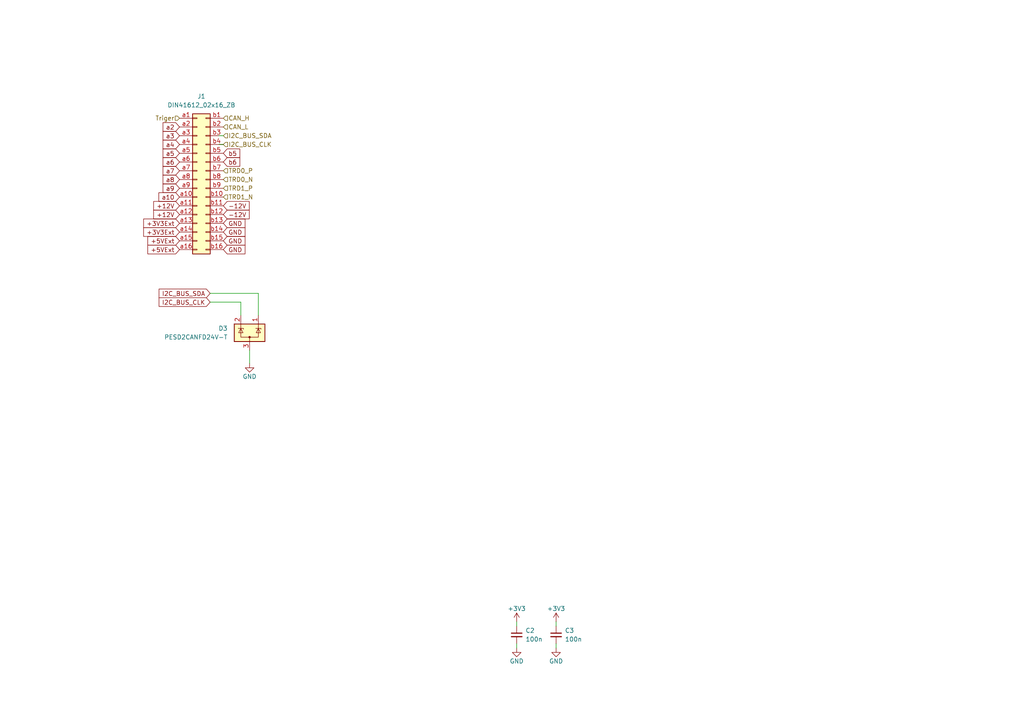
<source format=kicad_sch>
(kicad_sch (version 20250114) (generator "eeschema") (generator_version "9.0")
  (paper "A4")
  (lib_symbols
    (symbol "Connector:DIN41612_02x16_ZB" (pin_names (offset 1.016) (hide yes))
      (property "Reference" "J4" (at 1.27 24.13 0))
      (property "Value" "DIN41612_02x16_ZB" (at 1.27 21.59 0))
      (symbol "DIN41612_02x16_ZB_1_1"
        (rectangle (start -1.27 19.05) (end 3.81 -21.59) (stroke (width 0.254)) (fill (type background)))
        (rectangle (start -1.27 17.907) (end 0 17.653) (stroke (width 0.1524)))
        (rectangle (start -1.27 15.367) (end 0 15.113) (stroke (width 0.1524)))
        (rectangle (start -1.27 12.827) (end 0 12.573) (stroke (width 0.1524)))
        (rectangle (start -1.27 10.287) (end 0 10.033) (stroke (width 0.1524)))
        (rectangle (start -1.27 7.747) (end 0 7.493) (stroke (width 0.1524)))
        (rectangle (start -1.27 5.207) (end 0 4.953) (stroke (width 0.1524)))
        (rectangle (start -1.27 2.667) (end 0 2.413) (stroke (width 0.1524)))
        (rectangle (start -1.27 0.127) (end 0 -0.127) (stroke (width 0.1524)))
        (rectangle (start -1.27 -2.413) (end 0 -2.667) (stroke (width 0.1524)))
        (rectangle (start -1.27 -4.953) (end 0 -5.207) (stroke (width 0.1524)))
        (rectangle (start -1.27 -7.493) (end 0 -7.747) (stroke (width 0.1524)))
        (rectangle (start -1.27 -10.033) (end 0 -10.287) (stroke (width 0.1524)))
        (rectangle (start -1.27 -12.573) (end 0 -12.827) (stroke (width 0.1524)))
        (rectangle (start -1.27 -15.113) (end 0 -15.367) (stroke (width 0.1524)))
        (rectangle (start -1.27 -17.653) (end 0 -17.907) (stroke (width 0.1524)))
        (rectangle (start -1.27 -20.193) (end 0 -20.447) (stroke (width 0.1524)))
        (rectangle (start 3.81 17.907) (end 2.54 17.653) (stroke (width 0.1524)))
        (rectangle (start 3.81 15.367) (end 2.54 15.113) (stroke (width 0.1524)))
        (rectangle (start 3.81 12.827) (end 2.54 12.573) (stroke (width 0.1524)))
        (rectangle (start 3.81 10.287) (end 2.54 10.033) (stroke (width 0.1524)))
        (rectangle (start 3.81 7.747) (end 2.54 7.493) (stroke (width 0.1524)))
        (rectangle (start 3.81 5.207) (end 2.54 4.953) (stroke (width 0.1524)))
        (rectangle (start 3.81 2.667) (end 2.54 2.413) (stroke (width 0.1524)))
        (rectangle (start 3.81 0.127) (end 2.54 -0.127) (stroke (width 0.1524)))
        (rectangle (start 3.81 -2.413) (end 2.54 -2.667) (stroke (width 0.1524)))
        (rectangle (start 3.81 -4.953) (end 2.54 -5.207) (stroke (width 0.1524)))
        (rectangle (start 3.81 -7.493) (end 2.54 -7.747) (stroke (width 0.1524)))
        (rectangle (start 3.81 -10.033) (end 2.54 -10.287) (stroke (width 0.1524)))
        (rectangle (start 3.81 -12.573) (end 2.54 -12.827) (stroke (width 0.1524)))
        (rectangle (start 3.81 -15.113) (end 2.54 -15.367) (stroke (width 0.1524)))
        (rectangle (start 3.81 -17.653) (end 2.54 -17.907) (stroke (width 0.1524)))
        (rectangle (start 3.81 -20.193) (end 2.54 -20.447) (stroke (width 0.1524)))
        (pin passive line (at -5.08 17.78 0) (length 3.81) (name "Pin_z1") (number "a1"))
        (pin passive line (at -5.08 15.24 0) (length 3.81) (name "Pin_z2") (number "a2"))
        (pin passive line (at -5.08 12.7 0) (length 3.81) (name "Pin_z3") (number "a3"))
        (pin passive line (at -5.08 10.16 0) (length 3.81) (name "Pin_z4") (number "a4"))
        (pin passive line (at -5.08 7.62 0) (length 3.81) (name "Pin_z5") (number "a5"))
        (pin passive line (at -5.08 5.08 0) (length 3.81) (name "Pin_z6") (number "a6"))
        (pin passive line (at -5.08 2.54 0) (length 3.81) (name "Pin_z7") (number "a7"))
        (pin passive line (at -5.08 0 0) (length 3.81) (name "Pin_z8") (number "a8"))
        (pin passive line (at -5.08 -2.54 0) (length 3.81) (name "Pin_z9") (number "a9"))
        (pin passive line (at -5.08 -5.08 0) (length 3.81) (name "Pin_z10") (number "a10"))
        (pin passive line (at -5.08 -7.62 0) (length 3.81) (name "Pin_z11") (number "a11"))
        (pin passive line (at -5.08 -10.16 0) (length 3.81) (name "Pin_z12") (number "a12"))
        (pin passive line (at -5.08 -12.7 0) (length 3.81) (name "Pin_z13") (number "a13"))
        (pin passive line (at -5.08 -15.24 0) (length 3.81) (name "Pin_z14") (number "a14"))
        (pin passive line (at -5.08 -17.78 0) (length 3.81) (name "Pin_z15") (number "a15"))
        (pin passive line (at -5.08 -20.32 0) (length 3.81) (name "Pin_z16") (number "a16"))
        (pin passive line (at 7.62 17.78 180) (length 3.81) (name "Pin_b1") (number "b1"))
        (pin passive line (at 7.62 15.24 180) (length 3.81) (name "Pin_b2") (number "b2"))
        (pin passive line (at 7.62 12.7 180) (length 3.81) (name "Pin_b3") (number "b3"))
        (pin passive line (at 7.62 10.16 180) (length 3.81) (name "Pin_b4") (number "b4"))
        (pin passive line (at 7.62 7.62 180) (length 3.81) (name "Pin_b5") (number "b5"))
        (pin passive line (at 7.62 5.08 180) (length 3.81) (name "Pin_b6") (number "b6"))
        (pin passive line (at 7.62 2.54 180) (length 3.81) (name "Pin_b7") (number "b7"))
        (pin passive line (at 7.62 0 180) (length 3.81) (name "Pin_b8") (number "b8"))
        (pin passive line (at 7.62 -2.54 180) (length 3.81) (name "Pin_b9") (number "b9"))
        (pin passive line (at 7.62 -5.08 180) (length 3.81) (name "Pin_b10") (number "b10"))
        (pin passive line (at 7.62 -7.62 180) (length 3.81) (name "Pin_b11") (number "b11"))
        (pin passive line (at 7.62 -10.16 180) (length 3.81) (name "Pin_b12") (number "b12"))
        (pin passive line (at 7.62 -12.7 180) (length 3.81) (name "Pin_b13") (number "b13"))
        (pin passive line (at 7.62 -15.24 180) (length 3.81) (name "Pin_b14") (number "b14"))
        (pin passive line (at 7.62 -17.78 180) (length 3.81) (name "Pin_b15") (number "b15"))
        (pin passive line (at 7.62 -20.32 180) (length 3.81) (name "Pin_b16") (number "b16"))
      )
    )
    (symbol "Device:C_Small" (pin_numbers (hide yes)) (pin_names (offset 0.254) (hide yes))
      (property "Reference" "C" (at 0.254 1.778 0))
      (property "Value" "C_Small" (at 0.254 -2.032 0))
      (symbol "C_Small_0_1"
        (polyline (pts (xy -1.524 0.508) (xy 1.524 0.508)) (stroke (width 0.3048)))
        (polyline (pts (xy -1.524 -0.508) (xy 1.524 -0.508)) (stroke (width 0.3302)))
      )
      (symbol "C_Small_1_1"
        (pin passive line (at 0 2.54 270) (length 2.032) (name "~") (number "1"))
        (pin passive line (at 0 -2.54 90) (length 2.032) (name "~") (number "2"))
      )
    )
    (symbol "Power_Protection:SP0502BAHT" (pin_names (hide yes))
      (property "Reference" "D" (at 5.715 2.54 0))
      (property "Value" "SP0502BAHT" (at 5.715 0.635 0))
      (symbol "SP0502BAHT_0_0"
        (pin passive line (at 0 -5.08 90) (length 2.54) (name "A") (number "3"))
      )
      (symbol "SP0502BAHT_0_1"
        (rectangle (start -4.445 2.54) (end 4.445 -2.54) (stroke (width 0.254)) (fill (type background)))
        (polyline (pts (xy -3.302 1.016) (xy -3.302 1.27) (xy -1.905 1.27) (xy -1.778 1.27)))
        (polyline (pts (xy -2.54 2.54) (xy -2.54 1.27)))
        (polyline (pts (xy -2.54 1.27) (xy -2.54 -1.27) (xy 2.54 -1.27) (xy 2.54 1.27)))
        (polyline (pts (xy -2.54 1.27) (xy -1.905 0) (xy -3.175 0) (xy -2.54 1.27)))
        (polyline (pts (xy 0 -1.27) (xy 0 -2.54)))
        (circle (center 0 -1.27) (radius 0.254) (fill (type outline)))
        (polyline (pts (xy 1.778 1.016) (xy 1.778 1.27) (xy 3.175 1.27) (xy 3.302 1.27)))
        (polyline (pts (xy 2.54 2.54) (xy 2.54 1.27)))
        (polyline (pts (xy 2.54 1.27) (xy 1.905 0) (xy 3.175 0) (xy 2.54 1.27)))
      )
      (symbol "SP0502BAHT_1_1"
        (pin passive line (at -2.54 5.08 270) (length 2.54) (name "K") (number "1"))
        (pin passive line (at 2.54 5.08 270) (length 2.54) (name "K") (number "2"))
      )
    )
    (symbol "STM32F4_REV2-rescue:+3.3V-power" (power) (pin_names (offset 0))
      (property "Value" "+3.3V-power" (at 0 3.556 0))
      (symbol "+3.3V-power_0_1"
        (polyline (pts (xy -0.762 1.27) (xy 0 2.54)))
        (polyline (pts (xy 0 2.54) (xy 0.762 1.27)))
        (polyline (pts (xy 0 0) (xy 0 2.54)))
      )
      (symbol "+3.3V-power_1_1"
        (pin power_in line (at 0 0 90) (length 0) (hide yes) (name "+3V3") (number "1"))
      )
    )
    (symbol "power:GND" (power) (pin_names (offset 0))
      (property "Value" "GND" (at 0 -3.81 0))
      (symbol "GND_0_1"
        (polyline (pts (xy 0 0) (xy 0 -1.27) (xy 1.27 -1.27) (xy 0 -2.54) (xy -1.27 -1.27) (xy 0 -1.27)))
      )
      (symbol "GND_1_1"
        (pin power_in line (at 0 0 270) (length 0) (hide yes) (name "GND") (number "1"))
      )
    )
  )
  (wire (pts (xy 69.85 87.63) (xy 60.96 87.63)))
  (wire (pts (xy 63.5 41.91) (xy 64.77 41.91)))
  (wire (pts (xy 69.85 91.44) (xy 69.85 87.63)))
  (wire (pts (xy 63.5 39.37) (xy 64.77 39.37)))
  (wire (pts (xy 149.86 186.69) (xy 149.86 187.96)))
  (wire (pts (xy 149.86 180.34) (xy 149.86 181.61)))
  (wire (pts (xy 72.39 101.6) (xy 72.39 105.41)))
  (wire (pts (xy 60.96 85.09) (xy 74.93 85.09)))
  (wire (pts (xy 161.29 180.34) (xy 161.29 181.61)))
  (wire (pts (xy 161.29 186.69) (xy 161.29 187.96)))
  (wire (pts (xy 74.93 85.09) (xy 74.93 91.44)))
  (global_label "b6" (shape input) (at 64.77 46.99 0) (property "Intersheetrefs" "${INTERSHEET_REFS}" (effects (hide yes))))
  (global_label "b5" (shape input) (at 64.77 44.45 0) (property "Intersheetrefs" "${INTERSHEET_REFS}" (effects (hide yes))))
  (global_label "+5VExt" (shape input) (at 52.07 69.85 180) (property "Intersheetrefs" "${INTERSHEET_REFS}" (effects (hide yes))))
  (global_label "I2C_BUS_CLK" (shape input) (at 60.96 87.63 180) (property "Intersheetrefs" "${INTERSHEET_REFS}" (effects (hide yes))))
  (global_label "GND" (shape input) (at 64.77 69.85 0) (property "Intersheetrefs" "${INTERSHEET_REFS}" (effects (hide yes))))
  (global_label "a2" (shape input) (at 52.07 36.83 180) (property "Intersheetrefs" "${INTERSHEET_REFS}" (effects (hide yes))))
  (global_label "a6" (shape input) (at 52.07 46.99 180) (property "Intersheetrefs" "${INTERSHEET_REFS}" (effects (hide yes))))
  (global_label "-12V" (shape input) (at 64.77 62.23 0) (property "Intersheetrefs" "${INTERSHEET_REFS}" (effects (hide yes))))
  (global_label "a10" (shape input) (at 52.07 57.15 180) (property "Intersheetrefs" "${INTERSHEET_REFS}" (effects (hide yes))))
  (global_label "a3" (shape input) (at 52.07 39.37 180) (property "Intersheetrefs" "${INTERSHEET_REFS}" (effects (hide yes))))
  (global_label "a4" (shape input) (at 52.07 41.91 180) (property "Intersheetrefs" "${INTERSHEET_REFS}" (effects (hide yes))))
  (global_label "GND" (shape input) (at 64.77 64.77 0) (property "Intersheetrefs" "${INTERSHEET_REFS}" (effects (hide yes))))
  (global_label "a9" (shape input) (at 52.07 54.61 180) (property "Intersheetrefs" "${INTERSHEET_REFS}" (effects (hide yes))))
  (global_label "-12V" (shape input) (at 64.77 59.69 0) (property "Intersheetrefs" "${INTERSHEET_REFS}" (effects (hide yes))))
  (global_label "+5VExt" (shape input) (at 52.07 72.39 180) (property "Intersheetrefs" "${INTERSHEET_REFS}" (effects (hide yes))))
  (global_label "+12V" (shape input) (at 52.07 62.23 180) (property "Intersheetrefs" "${INTERSHEET_REFS}" (effects (hide yes))))
  (global_label "GND" (shape input) (at 64.77 67.31 0) (property "Intersheetrefs" "${INTERSHEET_REFS}" (effects (hide yes))))
  (global_label "a5" (shape input) (at 52.07 44.45 180) (property "Intersheetrefs" "${INTERSHEET_REFS}" (effects (hide yes))))
  (global_label "GND" (shape input) (at 64.77 72.39 0) (property "Intersheetrefs" "${INTERSHEET_REFS}" (effects (hide yes))))
  (global_label "I2C_BUS_SDA" (shape input) (at 60.96 85.09 180) (property "Intersheetrefs" "${INTERSHEET_REFS}" (effects (hide yes))))
  (global_label "a7" (shape input) (at 52.07 49.53 180) (property "Intersheetrefs" "${INTERSHEET_REFS}" (effects (hide yes))))
  (global_label "+12V" (shape input) (at 52.07 59.69 180) (property "Intersheetrefs" "${INTERSHEET_REFS}" (effects (hide yes))))
  (global_label "+3V3Ext" (shape input) (at 52.07 67.31 180) (property "Intersheetrefs" "${INTERSHEET_REFS}" (effects (hide yes))))
  (global_label "+3V3Ext" (shape input) (at 52.07 64.77 180) (property "Intersheetrefs" "${INTERSHEET_REFS}" (effects (hide yes))))
  (global_label "a8" (shape input) (at 52.07 52.07 180) (property "Intersheetrefs" "${INTERSHEET_REFS}" (effects (hide yes))))
  (hierarchical_label "Triger" (shape input) (at 52.07 34.29 180))
  (hierarchical_label "CAN_H" (shape input) (at 64.77 34.29 0))
  (hierarchical_label "CAN_L" (shape input) (at 64.77 36.83 0))
  (hierarchical_label "TRD1_P" (shape input) (at 64.77 54.61 0))
  (hierarchical_label "TRD0_N" (shape input) (at 64.77 52.07 0))
  (hierarchical_label "I2C_BUS_CLK" (shape input) (at 64.77 41.91 0))
  (hierarchical_label "TRD1_N" (shape input) (at 64.77 57.15 0))
  (hierarchical_label "TRD0_P" (shape input) (at 64.77 49.53 0))
  (hierarchical_label "I2C_BUS_SDA" (shape input) (at 64.77 39.37 0))
  (symbol (lib_id "Device:C_Small") (at 161.29 184.15 0) (unit 1)
    (property "Reference" "C3" (at 163.83 182.88 0) (effects (justify left)))
    (property "Value" "100n" (at 163.83 185.42 0) (effects (justify left)))
    (property "Footprint" "Capacitor_SMD:C_0805_2012Metric_Pad1.18x1.45mm_HandSolder" (effects (hide yes)))
    (property "LCSC Part #" "C1525" (effects (hide yes)))
  )
  (symbol (lib_id "STM32F4_REV2-rescue:+3.3V-power") (at 149.86 180.34 0) (unit 1)
    (property "Reference" "#PWR05" (effects (hide yes)))
    (property "Value" "+3V3" (at 149.86 176.53 0))
  )
  (symbol (lib_id "STM32F4_REV2-rescue:+3.3V-power") (at 161.29 180.34 0) (unit 1)
    (property "Reference" "#PWR010" (effects (hide yes)))
    (property "Value" "+3V3" (at 161.29 176.53 0))
  )
  (symbol (lib_id "power:GND") (at 161.29 187.96 0) (unit 1)
    (property "Reference" "#PWR011" (effects (hide yes)))
    (property "Value" "GND" (at 161.29 191.77 0))
  )
  (symbol (lib_id "power:GND") (at 72.39 105.41 0) (mirror y) (unit 1)
    (property "Reference" "#PWR07" (effects (hide yes)))
    (property "Value" "GND" (at 72.39 109.22 0))
  )
  (symbol (lib_id "Connector:DIN41612_02x16_ZB") (at 57.15 52.07 0) (unit 1)
    (property "Reference" "J1" (at 58.42 27.94 0))
    (property "Value" "DIN41612_02x16_ZB" (at 58.42 30.48 0))
    (property "Footprint" "Connector_DIN:DIN41612_B2_2x16_Male_Horizontal_THT" (effects (hide yes)))
  )
  (symbol (lib_id "power:GND") (at 149.86 187.96 0) (unit 1)
    (property "Reference" "#PWR06" (effects (hide yes)))
    (property "Value" "GND" (at 149.86 191.77 0))
  )
  (symbol (lib_id "Power_Protection:SP0502BAHT") (at 72.39 96.52 0) (mirror y) (unit 1)
    (property "Reference" "D3" (at 66.04 95.2499 0) (effects (justify left)))
    (property "Value" "PESD2CANFD24V-T" (at 66.04 97.7899 0) (effects (justify left)))
    (property "Footprint" "Package_TO_SOT_SMD:SOT-23" (effects (hide yes)))
    (property "Datasheet" "http://www.littelfuse.com/~/media/files/littelfuse/technical%20resources/documents/data%20sheets/sp05xxba.pdf" (effects (hide yes)))
  )
  (symbol (lib_id "Device:C_Small") (at 149.86 184.15 0) (unit 1)
    (property "Reference" "C2" (at 152.4 182.88 0) (effects (justify left)))
    (property "Value" "100n" (at 152.4 185.42 0) (effects (justify left)))
    (property "Footprint" "Capacitor_SMD:C_0805_2012Metric_Pad1.18x1.45mm_HandSolder" (effects (hide yes)))
    (property "LCSC Part #" "C1525" (effects (hide yes)))
  )
)
</source>
